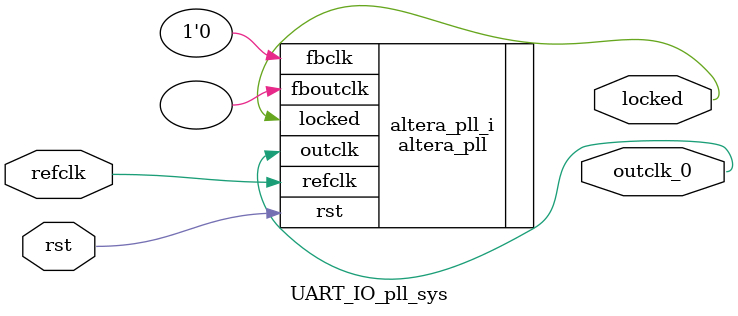
<source format=v>
`timescale 1ns/10ps
module  UART_IO_pll_sys(

	// interface 'refclk'
	input wire refclk,

	// interface 'reset'
	input wire rst,

	// interface 'outclk0'
	output wire outclk_0,

	// interface 'locked'
	output wire locked
);

	altera_pll #(
		.fractional_vco_multiplier("false"),
		.reference_clock_frequency("50.0 MHz"),
		.operation_mode("normal"),
		.number_of_clocks(1),
		.output_clock_frequency0("100.000000 MHz"),
		.phase_shift0("0 ps"),
		.duty_cycle0(50),
		.output_clock_frequency1("0 MHz"),
		.phase_shift1("0 ps"),
		.duty_cycle1(50),
		.output_clock_frequency2("0 MHz"),
		.phase_shift2("0 ps"),
		.duty_cycle2(50),
		.output_clock_frequency3("0 MHz"),
		.phase_shift3("0 ps"),
		.duty_cycle3(50),
		.output_clock_frequency4("0 MHz"),
		.phase_shift4("0 ps"),
		.duty_cycle4(50),
		.output_clock_frequency5("0 MHz"),
		.phase_shift5("0 ps"),
		.duty_cycle5(50),
		.output_clock_frequency6("0 MHz"),
		.phase_shift6("0 ps"),
		.duty_cycle6(50),
		.output_clock_frequency7("0 MHz"),
		.phase_shift7("0 ps"),
		.duty_cycle7(50),
		.output_clock_frequency8("0 MHz"),
		.phase_shift8("0 ps"),
		.duty_cycle8(50),
		.output_clock_frequency9("0 MHz"),
		.phase_shift9("0 ps"),
		.duty_cycle9(50),
		.output_clock_frequency10("0 MHz"),
		.phase_shift10("0 ps"),
		.duty_cycle10(50),
		.output_clock_frequency11("0 MHz"),
		.phase_shift11("0 ps"),
		.duty_cycle11(50),
		.output_clock_frequency12("0 MHz"),
		.phase_shift12("0 ps"),
		.duty_cycle12(50),
		.output_clock_frequency13("0 MHz"),
		.phase_shift13("0 ps"),
		.duty_cycle13(50),
		.output_clock_frequency14("0 MHz"),
		.phase_shift14("0 ps"),
		.duty_cycle14(50),
		.output_clock_frequency15("0 MHz"),
		.phase_shift15("0 ps"),
		.duty_cycle15(50),
		.output_clock_frequency16("0 MHz"),
		.phase_shift16("0 ps"),
		.duty_cycle16(50),
		.output_clock_frequency17("0 MHz"),
		.phase_shift17("0 ps"),
		.duty_cycle17(50),
		.pll_type("General"),
		.pll_subtype("General")
	) altera_pll_i (
		.rst	(rst),
		.outclk	({outclk_0}),
		.locked	(locked),
		.fboutclk	( ),
		.fbclk	(1'b0),
		.refclk	(refclk)
	);
endmodule


</source>
